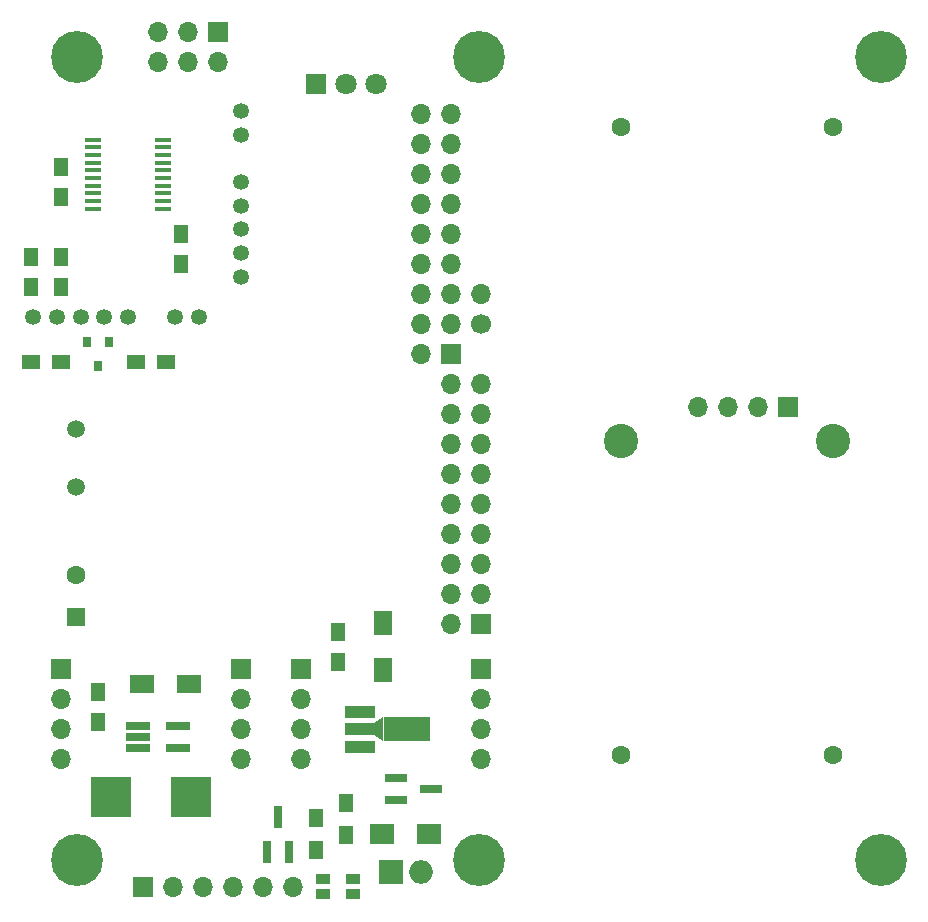
<source format=gbr>
%TF.GenerationSoftware,KiCad,Pcbnew,4.0.7*%
%TF.CreationDate,2018-08-02T21:47:20+02:00*%
%TF.ProjectId,HB-UNI-644,48422D554E492D3634342E6B69636164,2.0*%
%TF.FileFunction,Soldermask,Bot*%
%FSLAX46Y46*%
G04 Gerber Fmt 4.6, Leading zero omitted, Abs format (unit mm)*
G04 Created by KiCad (PCBNEW 4.0.7) date 08/02/18 21:47:20*
%MOMM*%
%LPD*%
G01*
G04 APERTURE LIST*
%ADD10C,0.100000*%
%ADD11C,1.350000*%
%ADD12R,2.000000X2.000000*%
%ADD13O,2.000000X2.000000*%
%ADD14C,1.600000*%
%ADD15C,2.900000*%
%ADD16R,2.000000X1.600000*%
%ADD17R,1.800000X1.800000*%
%ADD18C,1.800000*%
%ADD19R,1.700000X1.700000*%
%ADD20O,1.700000X1.700000*%
%ADD21R,1.270000X0.970000*%
%ADD22R,0.800000X1.900000*%
%ADD23R,1.300000X1.500000*%
%ADD24R,2.000000X0.650000*%
%ADD25C,1.500000*%
%ADD26C,1.700000*%
%ADD27R,1.600000X2.000000*%
%ADD28R,3.500000X3.500000*%
%ADD29R,2.500000X1.000000*%
%ADD30R,4.000000X2.000000*%
%ADD31R,1.600000X1.600000*%
%ADD32R,2.000000X1.700000*%
%ADD33R,1.900000X0.800000*%
%ADD34R,1.250000X1.500000*%
%ADD35R,1.500000X1.250000*%
%ADD36R,0.800000X0.900000*%
%ADD37R,1.450000X0.450000*%
%ADD38C,4.400000*%
%ADD39C,0.700000*%
G04 APERTURE END LIST*
D10*
D11*
X100370000Y-83560000D03*
X100370000Y-97560000D03*
X100370000Y-95560000D03*
X100370000Y-93560000D03*
X100370000Y-91560000D03*
X100370000Y-89560000D03*
X100370000Y-85560000D03*
D12*
X113030000Y-147955000D03*
D13*
X115570000Y-147955000D03*
D14*
X132500000Y-138100000D03*
X132500000Y-84900000D03*
D15*
X132500000Y-111500000D03*
D14*
X150500000Y-84900000D03*
X150500000Y-138100000D03*
D15*
X150500000Y-111500000D03*
D16*
X95980000Y-132080000D03*
X91980000Y-132080000D03*
D17*
X106680000Y-81280000D03*
D18*
X109220000Y-81280000D03*
X111760000Y-81280000D03*
D19*
X92075000Y-149225000D03*
D20*
X94615000Y-149225000D03*
X97155000Y-149225000D03*
X99695000Y-149225000D03*
X102235000Y-149225000D03*
X104775000Y-149225000D03*
D21*
X109855000Y-149865000D03*
X109855000Y-148585000D03*
D19*
X85090000Y-130810000D03*
D20*
X85090000Y-133350000D03*
X85090000Y-135890000D03*
X85090000Y-138430000D03*
D21*
X107315000Y-149865000D03*
X107315000Y-148585000D03*
D19*
X100330000Y-130810000D03*
D20*
X100330000Y-133350000D03*
X100330000Y-135890000D03*
X100330000Y-138430000D03*
D19*
X105410000Y-130810000D03*
D20*
X105410000Y-133350000D03*
X105410000Y-135890000D03*
X105410000Y-138430000D03*
D19*
X120650000Y-130810000D03*
D20*
X120650000Y-133350000D03*
X120650000Y-135890000D03*
X120650000Y-138430000D03*
D22*
X104455000Y-146280000D03*
X102555000Y-146280000D03*
X103505000Y-143280000D03*
D23*
X106680000Y-146130000D03*
X106680000Y-143430000D03*
D24*
X91635000Y-137475000D03*
X91635000Y-136525000D03*
X91635000Y-135575000D03*
X95055000Y-135575000D03*
X95055000Y-137475000D03*
D25*
X86360000Y-110490000D03*
X86360000Y-115370000D03*
D19*
X98425000Y-76835000D03*
D20*
X98425000Y-79375000D03*
X95885000Y-76835000D03*
X95885000Y-79375000D03*
X93345000Y-76835000D03*
X93345000Y-79375000D03*
D26*
X120650000Y-101600000D03*
D20*
X120650000Y-99060000D03*
D27*
X112395000Y-130905000D03*
X112395000Y-126905000D03*
D28*
X89310000Y-141605000D03*
X96110000Y-141605000D03*
D29*
X110415000Y-137390000D03*
X110415000Y-135890000D03*
X110415000Y-134390000D03*
D30*
X114375000Y-135890000D03*
D10*
G36*
X111650000Y-135390000D02*
X112400000Y-134890000D01*
X112400000Y-136890000D01*
X111650000Y-136390000D01*
X111650000Y-135390000D01*
X111650000Y-135390000D01*
G37*
D31*
X86360000Y-126365000D03*
D14*
X86360000Y-122865000D03*
D19*
X118110000Y-104140000D03*
D20*
X115570000Y-104140000D03*
X118110000Y-101600000D03*
X115570000Y-101600000D03*
X118110000Y-99060000D03*
X115570000Y-99060000D03*
X118110000Y-96520000D03*
X115570000Y-96520000D03*
X118110000Y-93980000D03*
X115570000Y-93980000D03*
X118110000Y-91440000D03*
X115570000Y-91440000D03*
X118110000Y-88900000D03*
X115570000Y-88900000D03*
X118110000Y-86360000D03*
X115570000Y-86360000D03*
X118110000Y-83820000D03*
X115570000Y-83820000D03*
D19*
X120650000Y-127000000D03*
D20*
X118110000Y-127000000D03*
X120650000Y-124460000D03*
X118110000Y-124460000D03*
X120650000Y-121920000D03*
X118110000Y-121920000D03*
X120650000Y-119380000D03*
X118110000Y-119380000D03*
X120650000Y-116840000D03*
X118110000Y-116840000D03*
X120650000Y-114300000D03*
X118110000Y-114300000D03*
X120650000Y-111760000D03*
X118110000Y-111760000D03*
X120650000Y-109220000D03*
X118110000Y-109220000D03*
X120650000Y-106680000D03*
X118110000Y-106680000D03*
D19*
X146685000Y-108585000D03*
D20*
X144145000Y-108585000D03*
X141605000Y-108585000D03*
X139065000Y-108585000D03*
D32*
X116300000Y-144780000D03*
X112300000Y-144780000D03*
D33*
X113435000Y-141920000D03*
X113435000Y-140020000D03*
X116435000Y-140970000D03*
D23*
X109220000Y-142160000D03*
X109220000Y-144860000D03*
D34*
X88265000Y-135235000D03*
X88265000Y-132735000D03*
X108585000Y-130155000D03*
X108585000Y-127655000D03*
D11*
X96780000Y-101005000D03*
X82780000Y-101005000D03*
X84780000Y-101005000D03*
X86780000Y-101005000D03*
X88780000Y-101005000D03*
X90780000Y-101005000D03*
X94780000Y-101005000D03*
D34*
X85090000Y-95905000D03*
X85090000Y-98405000D03*
X82550000Y-95905000D03*
X82550000Y-98405000D03*
D35*
X93960000Y-104775000D03*
X91460000Y-104775000D03*
X82570000Y-104775000D03*
X85070000Y-104775000D03*
D34*
X85090000Y-88285000D03*
X85090000Y-90785000D03*
X95250000Y-94000000D03*
X95250000Y-96500000D03*
D36*
X87315000Y-103140000D03*
X89215000Y-103140000D03*
X88265000Y-105140000D03*
D37*
X87855000Y-91825000D03*
X87855000Y-91175000D03*
X87855000Y-90525000D03*
X87855000Y-89875000D03*
X87855000Y-89225000D03*
X87855000Y-88575000D03*
X87855000Y-87925000D03*
X87855000Y-87275000D03*
X87855000Y-86625000D03*
X87855000Y-85975000D03*
X93755000Y-85975000D03*
X93755000Y-86625000D03*
X93755000Y-87275000D03*
X93755000Y-87925000D03*
X93755000Y-88575000D03*
X93755000Y-89225000D03*
X93755000Y-89875000D03*
X93755000Y-90525000D03*
X93755000Y-91175000D03*
X93755000Y-91825000D03*
D38*
X86500000Y-79000000D03*
D39*
X88150000Y-79000000D03*
X87666726Y-80166726D03*
X86500000Y-80650000D03*
X85333274Y-80166726D03*
X84850000Y-79000000D03*
X85333274Y-77833274D03*
X86500000Y-77350000D03*
X87666726Y-77833274D03*
D38*
X120500000Y-79000000D03*
D39*
X122150000Y-79000000D03*
X121666726Y-80166726D03*
X120500000Y-80650000D03*
X119333274Y-80166726D03*
X118850000Y-79000000D03*
X119333274Y-77833274D03*
X120500000Y-77350000D03*
X121666726Y-77833274D03*
D38*
X154500000Y-79000000D03*
D39*
X156150000Y-79000000D03*
X155666726Y-80166726D03*
X154500000Y-80650000D03*
X153333274Y-80166726D03*
X152850000Y-79000000D03*
X153333274Y-77833274D03*
X154500000Y-77350000D03*
X155666726Y-77833274D03*
D38*
X86500000Y-147000000D03*
D39*
X88150000Y-147000000D03*
X87666726Y-148166726D03*
X86500000Y-148650000D03*
X85333274Y-148166726D03*
X84850000Y-147000000D03*
X85333274Y-145833274D03*
X86500000Y-145350000D03*
X87666726Y-145833274D03*
D38*
X120500000Y-147000000D03*
D39*
X122150000Y-147000000D03*
X121666726Y-148166726D03*
X120500000Y-148650000D03*
X119333274Y-148166726D03*
X118850000Y-147000000D03*
X119333274Y-145833274D03*
X120500000Y-145350000D03*
X121666726Y-145833274D03*
D38*
X154500000Y-147000000D03*
D39*
X156150000Y-147000000D03*
X155666726Y-148166726D03*
X154500000Y-148650000D03*
X153333274Y-148166726D03*
X152850000Y-147000000D03*
X153333274Y-145833274D03*
X154500000Y-145350000D03*
X155666726Y-145833274D03*
M02*

</source>
